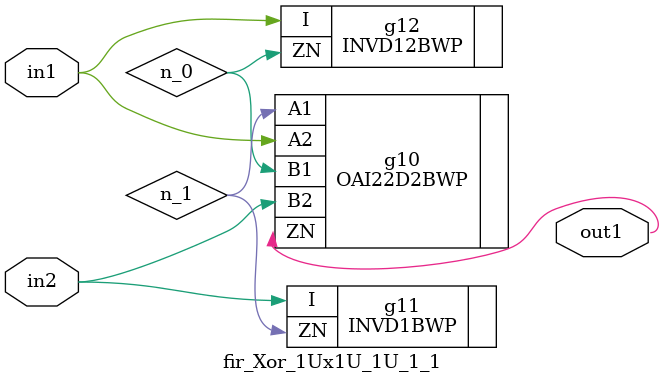
<source format=v>
`timescale 1ps / 1ps


module fir_Xor_1Ux1U_1U_1_1(in2, in1, out1);
  input in2, in1;
  output out1;
  wire in2, in1;
  wire out1;
  wire n_0, n_1;
  OAI22D2BWP g10(.A1 (n_1), .A2 (in1), .B1 (n_0), .B2 (in2), .ZN
       (out1));
  INVD1BWP g11(.I (in2), .ZN (n_1));
  INVD12BWP g12(.I (in1), .ZN (n_0));
endmodule



</source>
